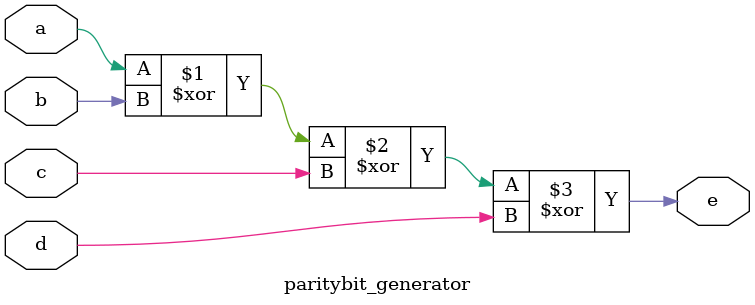
<source format=v>
`timescale 1ns / 1ps


module paritybit_generator(
input a,
input b,
input c,
input d,
output e
    );
    assign e=a^b^c^d;
endmodule

</source>
